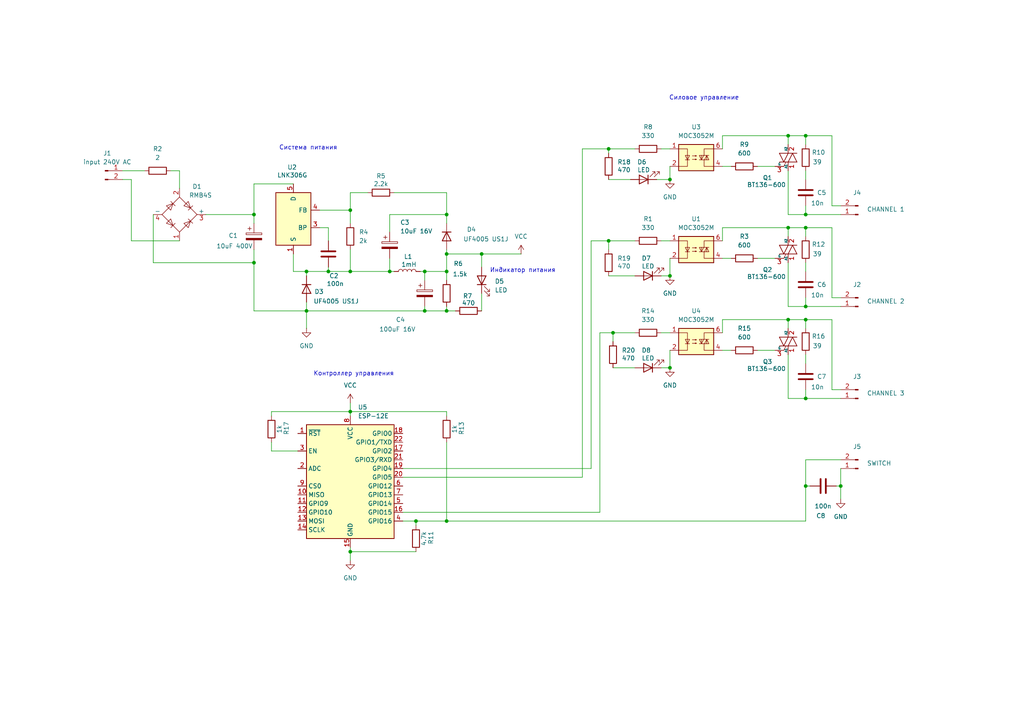
<source format=kicad_sch>
(kicad_sch (version 20231120) (generator "eeschema") (generator_version "8.0")
  (paper "A4")
  (title_block (title "Трехканальный модуль управления освещением") (date "01.10.2021 ") (company "CYBEREX TECH") (comment 1 "обновление 02.08.2024"))
  (lib_symbols
    (symbol "Connector:Conn_01x02_Pin" (pin_names (offset 1.016) hide)
      (property "Reference" "J" (at 0 2.54 0))
      (property "Value" "Conn_01x02_Pin" (at 0 -5.08 0))
      (symbol "Conn_01x02_Pin_1_1"
        (polyline (pts (xy 1.27 -2.54) (xy 0.8636 -2.54)) (stroke (width 0.1524)))
        (polyline (pts (xy 1.27 0) (xy 0.8636 0)) (stroke (width 0.1524)))
        (rectangle (start 0.8636 -2.413) (end 0 -2.667) (stroke (width 0.1524)) (fill (type outline)))
        (rectangle (start 0.8636 0.127) (end 0 -0.127) (stroke (width 0.1524)) (fill (type outline)))
        (pin passive line (at 5.08 0 180) (length 3.81) (name "Pin_1") (number "1"))
        (pin passive line (at 5.08 -2.54 180) (length 3.81) (name "Pin_2") (number "2"))
      )
    )
    (symbol "Device:C" (pin_numbers hide) (pin_names (offset 0.254))
      (property "Reference" "C" (at 0.635 2.54 0))
      (property "Value" "C" (at 0.635 -2.54 0))
      (symbol "C_0_1"
        (polyline (pts (xy -2.032 -0.762) (xy 2.032 -0.762)) (stroke (width 0.508)))
        (polyline (pts (xy -2.032 0.762) (xy 2.032 0.762)) (stroke (width 0.508)))
      )
      (symbol "C_1_1"
        (pin passive line (at 0 3.81 270) (length 2.794) (name "~") (number "1"))
        (pin passive line (at 0 -3.81 90) (length 2.794) (name "~") (number "2"))
      )
    )
    (symbol "Device:C_Polarized" (pin_numbers hide) (pin_names (offset 0.254))
      (property "Reference" "C" (at 0.635 2.54 0))
      (property "Value" "C_Polarized" (at 0.635 -2.54 0))
      (symbol "C_Polarized_0_1"
        (rectangle (start -2.286 0.508) (end 2.286 1.016))
        (polyline (pts (xy -1.778 2.286) (xy -0.762 2.286)))
        (polyline (pts (xy -1.27 2.794) (xy -1.27 1.778)))
        (rectangle (start 2.286 -0.508) (end -2.286 -1.016) (fill (type outline)))
      )
      (symbol "C_Polarized_1_1"
        (pin passive line (at 0 3.81 270) (length 2.794) (name "~") (number "1"))
        (pin passive line (at 0 -3.81 90) (length 2.794) (name "~") (number "2"))
      )
    )
    (symbol "Device:D" (pin_numbers hide) (pin_names (offset 1.016) hide)
      (property "Reference" "D" (at 0 2.54 0))
      (property "Value" "D" (at 0 -2.54 0))
      (symbol "D_0_1"
        (polyline (pts (xy -1.27 1.27) (xy -1.27 -1.27)) (stroke (width 0.254)))
        (polyline (pts (xy 1.27 0) (xy -1.27 0)))
        (polyline (pts (xy 1.27 1.27) (xy 1.27 -1.27) (xy -1.27 0) (xy 1.27 1.27)) (stroke (width 0.254)))
      )
      (symbol "D_1_1"
        (pin passive line (at -3.81 0 0) (length 2.54) (name "K") (number "1"))
        (pin passive line (at 3.81 0 180) (length 2.54) (name "A") (number "2"))
      )
    )
    (symbol "Device:L" (pin_numbers hide) (pin_names (offset 1.016) hide)
      (property "Reference" "L" (at -1.27 0 90))
      (property "Value" "L" (at 1.905 0 90))
      (symbol "L_0_1"
        (arc (start 0 -2.54) (mid 0.6323 -1.905) (end 0 -1.27))
        (arc (start 0 -1.27) (mid 0.6323 -0.635) (end 0 0))
        (arc (start 0 0) (mid 0.6323 0.635) (end 0 1.27))
        (arc (start 0 1.27) (mid 0.6323 1.905) (end 0 2.54))
      )
      (symbol "L_1_1"
        (pin passive line (at 0 3.81 270) (length 1.27) (name "1") (number "1"))
        (pin passive line (at 0 -3.81 90) (length 1.27) (name "2") (number "2"))
      )
    )
    (symbol "Device:LED" (pin_numbers hide) (pin_names (offset 1.016) hide)
      (property "Reference" "D" (at 0 2.54 0))
      (property "Value" "LED" (at 0 -2.54 0))
      (symbol "LED_0_1"
        (polyline (pts (xy -1.27 -1.27) (xy -1.27 1.27)) (stroke (width 0.254)))
        (polyline (pts (xy -1.27 0) (xy 1.27 0)))
        (polyline (pts (xy 1.27 -1.27) (xy 1.27 1.27) (xy -1.27 0) (xy 1.27 -1.27)) (stroke (width 0.254)))
        (polyline (pts (xy -3.048 -0.762) (xy -4.572 -2.286) (xy -3.81 -2.286) (xy -4.572 -2.286) (xy -4.572 -1.524)))
        (polyline (pts (xy -1.778 -0.762) (xy -3.302 -2.286) (xy -2.54 -2.286) (xy -3.302 -2.286) (xy -3.302 -1.524)))
      )
      (symbol "LED_1_1"
        (pin passive line (at -3.81 0 0) (length 2.54) (name "K") (number "1"))
        (pin passive line (at 3.81 0 180) (length 2.54) (name "A") (number "2"))
      )
    )
    (symbol "Device:R" (pin_numbers hide) (pin_names (offset 0))
      (property "Reference" "R" (at 2.032 0 90))
      (property "Value" "R" (at 0 0 90))
      (symbol "R_0_1"
        (rectangle (start -1.016 -2.54) (end 1.016 2.54) (stroke (width 0.254)))
      )
      (symbol "R_1_1"
        (pin passive line (at 0 3.81 270) (length 1.27) (name "~") (number "1"))
        (pin passive line (at 0 -3.81 90) (length 1.27) (name "~") (number "2"))
      )
    )
    (symbol "Diode_Bridge:RMB4S" (pin_names (offset 0))
      (property "Reference" "D" (at 2.54 6.985 0))
      (property "Value" "RMB4S" (at 2.54 5.08 0))
      (symbol "RMB4S_0_1"
        (polyline (pts (xy -2.54 3.81) (xy -1.27 2.54)))
        (polyline (pts (xy -1.27 -2.54) (xy -2.54 -3.81)))
        (polyline (pts (xy 2.54 -1.27) (xy 3.81 -2.54)))
        (polyline (pts (xy 2.54 1.27) (xy 3.81 2.54)))
        (polyline (pts (xy -3.81 2.54) (xy -2.54 1.27) (xy -1.905 3.175) (xy -3.81 2.54)))
        (polyline (pts (xy -2.54 -1.27) (xy -3.81 -2.54) (xy -1.905 -3.175) (xy -2.54 -1.27)))
        (polyline (pts (xy 1.27 2.54) (xy 2.54 3.81) (xy 3.175 1.905) (xy 1.27 2.54)))
        (polyline (pts (xy 3.175 -1.905) (xy 1.27 -2.54) (xy 2.54 -3.81) (xy 3.175 -1.905)))
        (polyline (pts (xy -5.08 0) (xy 0 -5.08) (xy 5.08 0) (xy 0 5.08) (xy -5.08 0)))
      )
      (symbol "RMB4S_1_1"
        (pin passive line (at 0 -7.62 90) (length 2.54) (name "~") (number "1"))
        (pin passive line (at 0 7.62 270) (length 2.54) (name "~") (number "2"))
        (pin passive line (at 7.62 0 180) (length 2.54) (name "+") (number "3"))
        (pin passive line (at -7.62 0 0) (length 2.54) (name "-") (number "4"))
      )
    )
    (symbol "RF_Module:ESP-12E"
      (property "Reference" "U" (at -12.7 19.05 0))
      (property "Value" "ESP-12E" (at 12.7 19.05 0))
      (symbol "ESP-12E_0_1"
        (rectangle (start -12.7 17.78) (end 12.7 -15.24) (stroke (width 0.254)) (fill (type background)))
      )
      (symbol "ESP-12E_1_1"
        (pin input line (at -15.24 15.24 0) (length 2.54) (name "~{RST}") (number "1"))
        (pin bidirectional line (at -15.24 -2.54 0) (length 2.54) (name "MISO") (number "10"))
        (pin bidirectional line (at -15.24 -5.08 0) (length 2.54) (name "GPIO9") (number "11"))
        (pin bidirectional line (at -15.24 -7.62 0) (length 2.54) (name "GPIO10") (number "12"))
        (pin bidirectional line (at -15.24 -10.16 0) (length 2.54) (name "MOSI") (number "13"))
        (pin bidirectional line (at -15.24 -12.7 0) (length 2.54) (name "SCLK") (number "14"))
        (pin power_in line (at 0 -17.78 90) (length 2.54) (name "GND") (number "15"))
        (pin bidirectional line (at 15.24 -7.62 180) (length 2.54) (name "GPIO15") (number "16"))
        (pin bidirectional line (at 15.24 10.16 180) (length 2.54) (name "GPIO2") (number "17"))
        (pin bidirectional line (at 15.24 15.24 180) (length 2.54) (name "GPIO0") (number "18"))
        (pin bidirectional line (at 15.24 5.08 180) (length 2.54) (name "GPIO4") (number "19"))
        (pin input line (at -15.24 5.08 0) (length 2.54) (name "ADC") (number "2"))
        (pin bidirectional line (at 15.24 2.54 180) (length 2.54) (name "GPIO5") (number "20"))
        (pin bidirectional line (at 15.24 7.62 180) (length 2.54) (name "GPIO3/RXD") (number "21"))
        (pin bidirectional line (at 15.24 12.7 180) (length 2.54) (name "GPIO1/TXD") (number "22"))
        (pin input line (at -15.24 10.16 0) (length 2.54) (name "EN") (number "3"))
        (pin bidirectional line (at 15.24 -10.16 180) (length 2.54) (name "GPIO16") (number "4"))
        (pin bidirectional line (at 15.24 -5.08 180) (length 2.54) (name "GPIO14") (number "5"))
        (pin bidirectional line (at 15.24 0 180) (length 2.54) (name "GPIO12") (number "6"))
        (pin bidirectional line (at 15.24 -2.54 180) (length 2.54) (name "GPIO13") (number "7"))
        (pin power_in line (at 0 20.32 270) (length 2.54) (name "VCC") (number "8"))
        (pin input line (at -15.24 0 0) (length 2.54) (name "CS0") (number "9"))
      )
    )
    (symbol "Regulator_Switching:LNK306G" (pin_names (offset 1.016))
      (property "Reference" "U" (at 0 -6.35 0))
      (property "Value" "LNK306G" (at 0 -8.89 0))
      (symbol "LNK306G_0_1"
        (rectangle (start -7.62 5.08) (end 7.62 -5.08) (stroke (width 0.254)) (fill (type background)))
      )
      (symbol "LNK306G_1_1"
        (pin power_in line (at 10.16 0 180) (length 2.54) (name "S") (number "1"))
        (pin passive line (at 10.16 0 180) (length 2.54) hide (name "S") (number "2"))
        (pin input line (at 2.54 7.62 270) (length 2.54) (name "BP") (number "3"))
        (pin input line (at -2.54 7.62 270) (length 2.54) (name "FB") (number "4"))
        (pin open_collector line (at -10.16 0 0) (length 2.54) (name "D") (number "5"))
        (pin passive line (at 10.16 0 180) (length 2.54) hide (name "S") (number "7"))
        (pin passive line (at 10.16 0 180) (length 2.54) hide (name "S") (number "8"))
      )
    )
    (symbol "Relay_SolidState:MOC3052M"
      (property "Reference" "U" (at -5.334 4.826 0))
      (property "Value" "MOC3052M" (at 0 5.08 0))
      (symbol "MOC3052M_0_1"
        (rectangle (start -5.08 3.81) (end 5.08 -3.81) (stroke (width 0.254)) (fill (type background)))
        (polyline (pts (xy -3.175 -0.635) (xy -1.905 -0.635)))
        (polyline (pts (xy 1.524 -0.635) (xy 1.524 0.635)))
        (polyline (pts (xy 3.048 0.635) (xy 3.048 -0.635)))
        (polyline (pts (xy 2.286 -0.635) (xy 2.286 -2.54) (xy 5.08 -2.54)))
        (polyline (pts (xy 2.286 0.635) (xy 2.286 2.54) (xy 5.08 2.54)))
        (polyline (pts (xy -5.08 2.54) (xy -2.54 2.54) (xy -2.54 -2.54) (xy -5.08 -2.54)))
        (polyline (pts (xy -2.54 -0.635) (xy -3.175 0.635) (xy -1.905 0.635) (xy -2.54 -0.635)))
        (polyline (pts (xy 0.889 -0.635) (xy 3.683 -0.635) (xy 3.048 0.635) (xy 2.413 -0.635)))
        (polyline (pts (xy 3.683 0.635) (xy 0.889 0.635) (xy 1.524 -0.635) (xy 2.159 0.635)))
        (polyline (pts (xy -1.143 -0.508) (xy 0.127 -0.508) (xy -0.254 -0.635) (xy -0.254 -0.381) (xy 0.127 -0.508)))
        (polyline (pts (xy -1.143 0.508) (xy 0.127 0.508) (xy -0.254 0.381) (xy -0.254 0.635) (xy 0.127 0.508)))
      )
      (symbol "MOC3052M_1_1"
        (pin passive line (at -7.62 2.54 0) (length 2.54) (name "~") (number "1"))
        (pin passive line (at -7.62 -2.54 0) (length 2.54) (name "~") (number "2"))
        (pin no_connect line (at -5.08 0 0) (length 2.54) hide (name "NC") (number "3"))
        (pin passive line (at 7.62 -2.54 180) (length 2.54) (name "~") (number "4"))
        (pin no_connect line (at 5.08 0 180) (length 2.54) hide (name "NC") (number "5"))
        (pin passive line (at 7.62 2.54 180) (length 2.54) (name "~") (number "6"))
      )
    )
    (symbol "Triac_Thyristor:BT136-600" (pin_names (offset 0))
      (property "Reference" "Q" (at 5.08 1.905 0))
      (property "Value" "BT136-600" (at 5.08 0 0))
      (symbol "BT136-600_0_1"
        (polyline (pts (xy -2.54 -1.27) (xy 2.54 -1.27)) (stroke (width 0.2032)))
        (polyline (pts (xy -2.54 1.27) (xy 2.54 1.27)) (stroke (width 0.2032)))
        (polyline (pts (xy -1.27 -2.54) (xy -0.635 -1.27)))
        (polyline (pts (xy -2.54 1.27) (xy -1.27 -1.27) (xy 0 1.27)) (stroke (width 0.2032)))
        (polyline (pts (xy 0 -1.27) (xy 1.27 1.27) (xy 2.54 -1.27)) (stroke (width 0.2032)))
      )
      (symbol "BT136-600_1_1"
        (pin passive line (at 0 -3.81 90) (length 2.54) (name "A1") (number "1"))
        (pin passive line (at 0 3.81 270) (length 2.54) (name "A2") (number "2"))
        (pin input line (at -3.81 -2.54 0) (length 2.54) (name "G") (number "3"))
      )
    )
    (symbol "power:GND" (power) (pin_numbers hide) (pin_names (offset 0) hide)
      (property "Value" "GND" (at 0 -3.81 0))
      (symbol "GND_0_1"
        (polyline (pts (xy 0 0) (xy 0 -1.27) (xy 1.27 -1.27) (xy 0 -2.54) (xy -1.27 -1.27) (xy 0 -1.27)))
      )
      (symbol "GND_1_1"
        (pin power_in line (at 0 0 270) (length 0) (name "~") (number "1"))
      )
    )
    (symbol "power:VCC" (power) (pin_numbers hide) (pin_names (offset 0) hide)
      (property "Value" "VCC" (at 0 3.556 0))
      (symbol "VCC_0_1"
        (polyline (pts (xy -0.762 1.27) (xy 0 2.54)))
        (polyline (pts (xy 0 0) (xy 0 2.54)))
        (polyline (pts (xy 0 2.54) (xy 0.762 1.27)))
      )
      (symbol "VCC_1_1"
        (pin power_in line (at 0 0 90) (length 0) (name "~") (number "1"))
      )
    )
  )
  (junction (at 73.66 62.23))
  (junction (at 95.25 78.74))
  (junction (at 101.6 78.74))
  (junction (at 233.68 66.04))
  (junction (at 139.7 73.66))
  (junction (at 233.68 115.57))
  (junction (at 233.68 92.71))
  (junction (at 176.53 69.85))
  (junction (at 129.54 151.13))
  (junction (at 129.54 90.17))
  (junction (at 233.68 140.97))
  (junction (at 123.19 78.74))
  (junction (at 176.53 43.18))
  (junction (at 233.68 62.23))
  (junction (at 88.9 78.74))
  (junction (at 194.31 106.68))
  (junction (at 101.6 119.38))
  (junction (at 129.54 78.74))
  (junction (at 129.54 62.23))
  (junction (at 194.31 52.07))
  (junction (at 120.65 151.13))
  (junction (at 233.68 88.9))
  (junction (at 243.84 140.97))
  (junction (at 88.9 90.17))
  (junction (at 228.6 92.71))
  (junction (at 233.68 39.37))
  (junction (at 123.19 90.17))
  (junction (at 101.6 160.02))
  (junction (at 113.03 78.74))
  (junction (at 228.6 66.04))
  (junction (at 101.6 60.96))
  (junction (at 73.66 76.2))
  (junction (at 194.31 80.01))
  (junction (at 177.8 96.52))
  (junction (at 129.54 73.66))
  (junction (at 228.6 39.37))
  (wire (pts (xy 219.71 48.26) (xy 224.79 48.26)))
  (wire (pts (xy 233.68 133.35) (xy 243.84 133.35)))
  (wire (pts (xy 123.19 78.74) (xy 129.54 78.74)))
  (wire (pts (xy 139.7 77.47) (xy 139.7 73.66)))
  (wire (pts (xy 228.6 88.9) (xy 233.68 88.9)))
  (wire (pts (xy 38.1 52.07) (xy 38.1 69.85)))
  (wire (pts (xy 191.77 80.01) (xy 194.31 80.01)))
  (wire (pts (xy 241.3 92.71) (xy 241.3 113.03)))
  (wire (pts (xy 228.6 92.71) (xy 228.6 95.25)))
  (wire (pts (xy 95.25 77.47) (xy 95.25 78.74)))
  (wire (pts (xy 228.6 66.04) (xy 228.6 68.58)))
  (wire (pts (xy 173.99 96.52) (xy 177.8 96.52)))
  (wire (pts (xy 86.36 130.81) (xy 78.74 130.81)))
  (wire (pts (xy 190.5 52.07) (xy 194.31 52.07)))
  (wire (pts (xy 209.55 96.52) (xy 209.55 92.71)))
  (wire (pts (xy 129.54 78.74) (xy 129.54 73.66)))
  (wire (pts (xy 209.55 39.37) (xy 228.6 39.37)))
  (wire (pts (xy 209.55 66.04) (xy 228.6 66.04)))
  (wire (pts (xy 228.6 39.37) (xy 228.6 41.91)))
  (wire (pts (xy 228.6 49.53) (xy 228.6 62.23)))
  (wire (pts (xy 78.74 130.81) (xy 78.74 128.27)))
  (wire (pts (xy 129.54 151.13) (xy 233.68 151.13)))
  (wire (pts (xy 120.65 151.13) (xy 120.65 152.4)))
  (wire (pts (xy 123.19 90.17) (xy 129.54 90.17)))
  (wire (pts (xy 168.91 138.43) (xy 168.91 43.18)))
  (wire (pts (xy 101.6 116.84) (xy 101.6 119.38)))
  (wire (pts (xy 101.6 119.38) (xy 101.6 120.65)))
  (wire (pts (xy 139.7 73.66) (xy 151.13 73.66)))
  (wire (pts (xy 243.84 140.97) (xy 243.84 144.78)))
  (wire (pts (xy 114.3 55.88) (xy 129.54 55.88)))
  (wire (pts (xy 233.68 66.04) (xy 228.6 66.04)))
  (wire (pts (xy 233.68 115.57) (xy 243.84 115.57)))
  (wire (pts (xy 113.03 67.31) (xy 113.03 62.23)))
  (wire (pts (xy 129.54 88.9) (xy 129.54 90.17)))
  (wire (pts (xy 233.68 59.69) (xy 233.68 62.23)))
  (wire (pts (xy 123.19 88.9) (xy 123.19 90.17)))
  (wire (pts (xy 241.3 39.37) (xy 233.68 39.37)))
  (wire (pts (xy 101.6 55.88) (xy 106.68 55.88)))
  (wire (pts (xy 88.9 78.74) (xy 88.9 80.01)))
  (wire (pts (xy 176.53 52.07) (xy 182.88 52.07)))
  (wire (pts (xy 241.3 39.37) (xy 241.3 59.69)))
  (wire (pts (xy 241.3 66.04) (xy 241.3 86.36)))
  (wire (pts (xy 95.25 66.04) (xy 92.71 66.04)))
  (wire (pts (xy 95.25 66.04) (xy 95.25 69.85)))
  (wire (pts (xy 177.8 106.68) (xy 184.15 106.68)))
  (wire (pts (xy 129.54 55.88) (xy 129.54 62.23)))
  (wire (pts (xy 209.55 69.85) (xy 209.55 66.04)))
  (wire (pts (xy 92.71 60.96) (xy 101.6 60.96)))
  (wire (pts (xy 101.6 55.88) (xy 101.6 60.96)))
  (wire (pts (xy 139.7 85.09) (xy 139.7 90.17)))
  (wire (pts (xy 233.68 140.97) (xy 233.68 133.35)))
  (wire (pts (xy 101.6 119.38) (xy 129.54 119.38)))
  (wire (pts (xy 120.65 151.13) (xy 129.54 151.13)))
  (wire (pts (xy 171.45 135.89) (xy 171.45 69.85)))
  (wire (pts (xy 52.07 49.53) (xy 52.07 54.61)))
  (wire (pts (xy 171.45 69.85) (xy 176.53 69.85)))
  (wire (pts (xy 191.77 106.68) (xy 194.31 106.68)))
  (wire (pts (xy 78.74 120.65) (xy 78.74 119.38)))
  (wire (pts (xy 129.54 73.66) (xy 139.7 73.66)))
  (wire (pts (xy 88.9 90.17) (xy 123.19 90.17)))
  (wire (pts (xy 209.55 43.18) (xy 209.55 39.37)))
  (wire (pts (xy 173.99 148.59) (xy 173.99 96.52)))
  (wire (pts (xy 191.77 69.85) (xy 194.31 69.85)))
  (wire (pts (xy 129.54 90.17) (xy 132.08 90.17)))
  (wire (pts (xy 243.84 59.69) (xy 241.3 59.69)))
  (wire (pts (xy 129.54 62.23) (xy 129.54 64.77)))
  (wire (pts (xy 194.31 48.26) (xy 194.31 52.07)))
  (wire (pts (xy 116.84 151.13) (xy 120.65 151.13)))
  (wire (pts (xy 101.6 60.96) (xy 101.6 64.77)))
  (wire (pts (xy 44.45 62.23) (xy 44.45 76.2)))
  (wire (pts (xy 228.6 102.87) (xy 228.6 115.57)))
  (wire (pts (xy 228.6 115.57) (xy 233.68 115.57)))
  (wire (pts (xy 209.55 101.6) (xy 212.09 101.6)))
  (wire (pts (xy 116.84 148.59) (xy 173.99 148.59)))
  (wire (pts (xy 101.6 72.39) (xy 101.6 78.74)))
  (wire (pts (xy 233.68 49.53) (xy 233.68 52.07)))
  (wire (pts (xy 129.54 128.27) (xy 129.54 151.13)))
  (wire (pts (xy 113.03 62.23) (xy 129.54 62.23)))
  (wire (pts (xy 52.07 69.85) (xy 38.1 69.85)))
  (wire (pts (xy 176.53 72.39) (xy 176.53 69.85)))
  (wire (pts (xy 88.9 87.63) (xy 88.9 90.17)))
  (wire (pts (xy 88.9 90.17) (xy 73.66 90.17)))
  (wire (pts (xy 85.09 73.66) (xy 85.09 78.74)))
  (wire (pts (xy 35.56 49.53) (xy 41.91 49.53)))
  (wire (pts (xy 101.6 160.02) (xy 101.6 162.56)))
  (wire (pts (xy 116.84 135.89) (xy 171.45 135.89)))
  (wire (pts (xy 95.25 78.74) (xy 101.6 78.74)))
  (wire (pts (xy 176.53 43.18) (xy 184.15 43.18)))
  (wire (pts (xy 191.77 96.52) (xy 194.31 96.52)))
  (wire (pts (xy 191.77 43.18) (xy 194.31 43.18)))
  (wire (pts (xy 233.68 39.37) (xy 233.68 41.91)))
  (wire (pts (xy 129.54 78.74) (xy 129.54 81.28)))
  (wire (pts (xy 233.68 92.71) (xy 228.6 92.71)))
  (wire (pts (xy 233.68 102.87) (xy 233.68 105.41)))
  (wire (pts (xy 123.19 78.74) (xy 123.19 81.28)))
  (wire (pts (xy 228.6 62.23) (xy 233.68 62.23)))
  (wire (pts (xy 88.9 78.74) (xy 85.09 78.74)))
  (wire (pts (xy 219.71 74.93) (xy 224.79 74.93)))
  (wire (pts (xy 49.53 49.53) (xy 52.07 49.53)))
  (wire (pts (xy 113.03 78.74) (xy 114.3 78.74)))
  (wire (pts (xy 59.69 62.23) (xy 73.66 62.23)))
  (wire (pts (xy 73.66 53.34) (xy 85.09 53.34)))
  (wire (pts (xy 101.6 78.74) (xy 113.03 78.74)))
  (wire (pts (xy 194.31 101.6) (xy 194.31 106.68)))
  (wire (pts (xy 241.3 92.71) (xy 233.68 92.71)))
  (wire (pts (xy 233.68 76.2) (xy 233.68 78.74)))
  (wire (pts (xy 78.74 119.38) (xy 101.6 119.38)))
  (wire (pts (xy 241.3 66.04) (xy 233.68 66.04)))
  (wire (pts (xy 209.55 74.93) (xy 212.09 74.93)))
  (wire (pts (xy 233.68 92.71) (xy 233.68 95.25)))
  (wire (pts (xy 219.71 101.6) (xy 224.79 101.6)))
  (wire (pts (xy 233.68 88.9) (xy 243.84 88.9)))
  (wire (pts (xy 233.68 140.97) (xy 234.95 140.97)))
  (wire (pts (xy 73.66 62.23) (xy 73.66 53.34)))
  (wire (pts (xy 101.6 160.02) (xy 120.65 160.02)))
  (wire (pts (xy 73.66 90.17) (xy 73.66 76.2)))
  (wire (pts (xy 113.03 74.93) (xy 113.03 78.74)))
  (wire (pts (xy 176.53 44.45) (xy 176.53 43.18)))
  (wire (pts (xy 177.8 99.06) (xy 177.8 96.52)))
  (wire (pts (xy 177.8 96.52) (xy 184.15 96.52)))
  (wire (pts (xy 129.54 119.38) (xy 129.54 120.65)))
  (wire (pts (xy 88.9 78.74) (xy 95.25 78.74)))
  (wire (pts (xy 233.68 66.04) (xy 233.68 68.58)))
  (wire (pts (xy 243.84 113.03) (xy 241.3 113.03)))
  (wire (pts (xy 88.9 90.17) (xy 88.9 95.25)))
  (wire (pts (xy 101.6 158.75) (xy 101.6 160.02)))
  (wire (pts (xy 176.53 80.01) (xy 184.15 80.01)))
  (wire (pts (xy 233.68 151.13) (xy 233.68 140.97)))
  (wire (pts (xy 168.91 43.18) (xy 176.53 43.18)))
  (wire (pts (xy 38.1 52.07) (xy 35.56 52.07)))
  (wire (pts (xy 233.68 39.37) (xy 228.6 39.37)))
  (wire (pts (xy 73.66 76.2) (xy 73.66 72.39)))
  (wire (pts (xy 116.84 138.43) (xy 168.91 138.43)))
  (wire (pts (xy 73.66 62.23) (xy 73.66 64.77)))
  (wire (pts (xy 242.57 140.97) (xy 243.84 140.97)))
  (wire (pts (xy 233.68 86.36) (xy 233.68 88.9)))
  (wire (pts (xy 228.6 76.2) (xy 228.6 88.9)))
  (wire (pts (xy 209.55 48.26) (xy 212.09 48.26)))
  (wire (pts (xy 44.45 76.2) (xy 73.66 76.2)))
  (wire (pts (xy 243.84 86.36) (xy 241.3 86.36)))
  (wire (pts (xy 194.31 74.93) (xy 194.31 80.01)))
  (wire (pts (xy 209.55 92.71) (xy 228.6 92.71)))
  (wire (pts (xy 176.53 69.85) (xy 184.15 69.85)))
  (wire (pts (xy 243.84 135.89) (xy 243.84 140.97)))
  (wire (pts (xy 233.68 113.03) (xy 233.68 115.57)))
  (wire (pts (xy 129.54 73.66) (xy 129.54 72.39)))
  (wire (pts (xy 233.68 62.23) (xy 243.84 62.23)))
  (wire (pts (xy 121.92 78.74) (xy 123.19 78.74)))
  (text "Силовое управление" (at 204.216 28.448 0) (effects (font (size 1.27 1.27))))
  (text "Система питания" (at 89.408 42.926 0) (effects (font (size 1.27 1.27))))
  (text "Контроллер управления\n" (at 102.616 108.458 0) (effects (font (size 1.27 1.27))))
  (text "Индикатор питания" (at 151.638 78.486 0) (effects (font (size 1.27 1.27))))
  (symbol (lib_id "Device:C") (at 238.76 140.97 270) (unit 1)
    (property "Reference" "C8" (at 236.728 149.606 90) (effects (justify left)))
    (property "Value" "100n" (at 236.22 146.812 90) (effects (justify left)))
    (property "Footprint" "Capacitor_SMD:C_1206_3216Metric" (effects (hide yes)))
    (property "Description" "Unpolarized capacitor" (effects (hide yes)))
  )
  (symbol (lib_id "Connector:Conn_01x02_Pin") (at 30.48 49.53 0) (unit 1)
    (property "Reference" "J1" (at 31.115 44.45 0))
    (property "Value" "input 240V AC" (at 31.115 46.99 0))
    (property "Footprint" "TerminalBlock:TerminalBlock_bornier-2_P5.08mm" (effects (hide yes)))
    (property "Description" "Generic connector, single row, 01x02, script generated" (effects (hide yes)))
  )
  (symbol (lib_id "Device:LED") (at 139.7 81.28 90) (unit 1)
    (property "Reference" "D5" (at 143.51 81.5974 90) (effects (justify right)))
    (property "Value" "LED" (at 143.51 84.1374 90) (effects (justify right)))
    (property "Footprint" "LED_SMD:LED_1206_3216Metric" (effects (hide yes)))
    (property "Description" "Light emitting diode" (effects (hide yes)))
  )
  (symbol (lib_id "Device:R") (at 233.68 99.06 0) (unit 1)
    (property "Reference" "R16" (at 235.458 97.536 0) (effects (justify left)))
    (property "Value" "39" (at 235.712 100.33 0) (effects (justify left)))
    (property "Footprint" "Resistor_SMD:R_1206_3216Metric" (effects (hide yes)))
    (property "Description" "Resistor" (effects (hide yes)))
  )
  (symbol (lib_id "Device:LED") (at 187.96 106.68 180) (unit 1)
    (property "Reference" "D8" (at 187.452 101.6 0))
    (property "Value" "LED" (at 187.96 103.886 0))
    (property "Footprint" "LED_SMD:LED_1206_3216Metric" (effects (hide yes)))
    (property "Description" "Light emitting diode" (effects (hide yes)))
  )
  (symbol (lib_id "power:GND") (at 88.9 95.25 0) (unit 1)
    (property "Reference" "#PWR01" (effects (hide yes)))
    (property "Value" "GND" (at 88.9 100.33 0))
    (property "Description" "Power symbol creates a global label with name \"GND\" , ground" (effects (hide yes)))
  )
  (symbol (lib_id "power:GND") (at 243.84 144.78 0) (unit 1)
    (property "Reference" "#PWR08" (effects (hide yes)))
    (property "Value" "GND" (at 243.84 149.86 0))
    (property "Description" "Power symbol creates a global label with name \"GND\" , ground" (effects (hide yes)))
  )
  (symbol (lib_id "Device:C") (at 233.68 55.88 0) (unit 1)
    (property "Reference" "C5" (at 236.982 55.88 0) (effects (justify left)))
    (property "Value" "10n" (at 235.204 58.928 0) (effects (justify left)))
    (property "Footprint" "Capacitor_SMD:C_1206_3216Metric" (effects (hide yes)))
    (property "Description" "Unpolarized capacitor" (effects (hide yes)))
  )
  (symbol (lib_id "Device:R") (at 45.72 49.53 90) (unit 1)
    (property "Reference" "R2" (at 45.72 43.18 90))
    (property "Value" "2" (at 45.72 45.72 90))
    (property "Footprint" "Resistor_SMD:R_1206_3216Metric" (effects (hide yes)))
    (property "Description" "Resistor" (effects (hide yes)))
  )
  (symbol (lib_id "Device:D") (at 88.9 83.82 270) (unit 1)
    (property "Reference" "D3" (at 91.186 84.582 90) (effects (justify left)))
    (property "Value" "UF4005 US1J" (at 90.932 87.376 90) (effects (justify left)))
    (property "Footprint" "Diode_SMD:D_MELF" (effects (hide yes)))
    (property "Description" "Diode" (effects (hide yes)))
    (property "Sim.Device" "D" (effects (hide yes)))
    (property "Sim.Pins" "1=K 2=A" (effects (hide yes)))
  )
  (symbol (lib_id "Device:R") (at 215.9 101.6 90) (unit 1)
    (property "Reference" "R15" (at 215.9 95.25 90))
    (property "Value" "600" (at 215.9 97.79 90))
    (property "Footprint" "Resistor_SMD:R_0805_2012Metric" (effects (hide yes)))
    (property "Description" "Resistor" (effects (hide yes)))
  )
  (symbol (lib_id "power:VCC") (at 151.13 73.66 0) (unit 1)
    (property "Reference" "#PWR06" (effects (hide yes)))
    (property "Value" "VCC" (at 151.13 68.58 0))
    (property "Description" "Power symbol creates a global label with name \"VCC\"" (effects (hide yes)))
  )
  (symbol (lib_id "Connector:Conn_01x02_Pin") (at 248.92 88.9 180) (unit 1)
    (property "Reference" "J2" (at 247.396 82.55 0) (effects (justify right)))
    (property "Value" "CHANNEL 2" (at 251.46 87.376 0) (effects (justify right)))
    (property "Footprint" "TerminalBlock:TerminalBlock_bornier-2_P5.08mm" (effects (hide yes)))
    (property "Description" "Generic connector, single row, 01x02, script generated" (effects (hide yes)))
  )
  (symbol (lib_id "Device:R") (at 177.8 102.87 0) (unit 1)
    (property "Reference" "R20" (at 180.34 101.5999 0) (effects (justify left)))
    (property "Value" "470" (at 180.34 103.886 0) (effects (justify left)))
    (property "Footprint" "Resistor_SMD:R_0805_2012Metric" (effects (hide yes)))
    (property "Description" "Resistor" (effects (hide yes)))
  )
  (symbol (lib_id "Diode_Bridge:RMB4S") (at 52.07 62.23 0) (unit 1)
    (property "Reference" "D1" (at 57.15 54.102 0))
    (property "Value" "RMB4S" (at 58.166 56.642 0))
    (property "Footprint" "Package_TO_SOT_SMD:TO-269AA" (effects (hide yes)))
    (property "Datasheet" "http://www.vishay.com/docs/88705/rmbs.pdf" (effects (hide yes)))
    (property "Description" "Miniature Glass Passivated Single-Phase Surface Mount Bridge Rectifiers, 280V Vrms, 0.5A If, TO-269AA" (effects (hide yes)))
  )
  (symbol (lib_id "Device:D") (at 129.54 68.58 270) (unit 1)
    (property "Reference" "D4" (at 135.382 66.548 90) (effects (justify left)))
    (property "Value" "UF4005 US1J" (at 134.366 69.342 90) (effects (justify left)))
    (property "Footprint" "Diode_SMD:D_MELF" (effects (hide yes)))
    (property "Description" "Diode" (effects (hide yes)))
    (property "Sim.Device" "D" (effects (hide yes)))
    (property "Sim.Pins" "1=K 2=A" (effects (hide yes)))
  )
  (symbol (lib_id "Device:LED") (at 187.96 80.01 180) (unit 1)
    (property "Reference" "D7" (at 187.452 74.93 0))
    (property "Value" "LED" (at 187.96 77.216 0))
    (property "Footprint" "LED_SMD:LED_1206_3216Metric" (effects (hide yes)))
    (property "Description" "Light emitting diode" (effects (hide yes)))
  )
  (symbol (lib_id "power:GND") (at 194.31 52.07 0) (unit 1)
    (property "Reference" "#PWR02" (effects (hide yes)))
    (property "Value" "GND" (at 194.31 57.15 0))
    (property "Description" "Power symbol creates a global label with name \"GND\" , ground" (effects (hide yes)))
  )
  (symbol (lib_id "Device:R") (at 135.89 90.17 90) (unit 1)
    (property "Reference" "R7" (at 135.636 85.852 90))
    (property "Value" "470" (at 135.89 87.884 90))
    (property "Footprint" "Resistor_SMD:R_0805_2012Metric" (effects (hide yes)))
    (property "Description" "Resistor" (effects (hide yes)))
  )
  (symbol (lib_id "Device:C") (at 233.68 109.22 0) (unit 1)
    (property "Reference" "C7" (at 236.982 109.22 0) (effects (justify left)))
    (property "Value" "10n" (at 235.204 112.268 0) (effects (justify left)))
    (property "Footprint" "Capacitor_SMD:C_1206_3216Metric" (effects (hide yes)))
    (property "Description" "Unpolarized capacitor" (effects (hide yes)))
  )
  (symbol (lib_id "Device:C") (at 233.68 82.55 0) (unit 1)
    (property "Reference" "C6" (at 236.982 82.55 0) (effects (justify left)))
    (property "Value" "10n" (at 235.204 85.598 0) (effects (justify left)))
    (property "Footprint" "Capacitor_SMD:C_1206_3216Metric" (effects (hide yes)))
    (property "Description" "Unpolarized capacitor" (effects (hide yes)))
  )
  (symbol (lib_id "Device:R") (at 120.65 156.21 0) (unit 1)
    (property "Reference" "R11" (at 124.968 155.956 90))
    (property "Value" "4.7k" (at 122.936 156.21 90))
    (property "Footprint" "Resistor_SMD:R_0805_2012Metric" (effects (hide yes)))
    (property "Description" "Resistor" (effects (hide yes)))
  )
  (symbol (lib_id "Device:R") (at 187.96 96.52 270) (unit 1)
    (property "Reference" "R14" (at 187.96 90.17 90))
    (property "Value" "330" (at 187.96 92.71 90))
    (property "Footprint" "Resistor_SMD:R_0805_2012Metric" (effects (hide yes)))
    (property "Description" "Resistor" (effects (hide yes)))
  )
  (symbol (lib_id "Device:R") (at 233.68 72.39 0) (unit 1)
    (property "Reference" "R12" (at 235.458 70.866 0) (effects (justify left)))
    (property "Value" "39" (at 235.712 73.66 0) (effects (justify left)))
    (property "Footprint" "Resistor_SMD:R_1206_3216Metric" (effects (hide yes)))
    (property "Description" "Resistor" (effects (hide yes)))
  )
  (symbol (lib_id "Relay_SolidState:MOC3052M") (at 201.93 72.39 0) (unit 1)
    (property "Reference" "U1" (at 201.93 63.5 0))
    (property "Value" "MOC3052M" (at 201.93 66.04 0))
    (property "Footprint" "Package_DIP:DIP-6_W7.62mm" (effects (hide yes)))
    (property "Datasheet" "https://www.onsemi.com/pub/Collateral/MOC3052M-D.PDF" (effects (hide yes)))
    (property "Description" "Random Phase Opto-Triac, Vdrm 600V, Ift 10mA, DIP6" (effects (hide yes)))
  )
  (symbol (lib_id "Connector:Conn_01x02_Pin") (at 248.92 115.57 180) (unit 1)
    (property "Reference" "J3" (at 247.396 109.22 0) (effects (justify right)))
    (property "Value" "CHANNEL 3" (at 251.46 114.046 0) (effects (justify right)))
    (property "Footprint" "TerminalBlock:TerminalBlock_bornier-2_P5.08mm" (effects (hide yes)))
    (property "Description" "Generic connector, single row, 01x02, script generated" (effects (hide yes)))
  )
  (symbol (lib_id "Device:LED") (at 186.69 52.07 180) (unit 1)
    (property "Reference" "D6" (at 186.182 46.99 0))
    (property "Value" "LED" (at 186.69 49.276 0))
    (property "Footprint" "LED_SMD:LED_1206_3216Metric" (effects (hide yes)))
    (property "Description" "Light emitting diode" (effects (hide yes)))
  )
  (symbol (lib_id "Device:R") (at 78.74 124.46 0) (unit 1)
    (property "Reference" "R17" (at 83.058 124.206 90))
    (property "Value" "1k" (at 81.026 124.46 90))
    (property "Footprint" "Resistor_SMD:R_0805_2012Metric" (effects (hide yes)))
    (property "Description" "Resistor" (effects (hide yes)))
  )
  (symbol (lib_id "Device:C_Polarized") (at 73.66 68.58 0) (unit 1)
    (property "Reference" "C1" (at 66.294 68.326 0) (effects (justify left)))
    (property "Value" "10uF 400V" (at 62.738 71.374 0) (effects (justify left)))
    (property "Footprint" "Capacitor_THT:CP_Radial_D8.0mm_P3.80mm" (effects (hide yes)))
    (property "Description" "Polarized capacitor" (effects (hide yes)))
  )
  (symbol (lib_id "Relay_SolidState:MOC3052M") (at 201.93 45.72 0) (unit 1)
    (property "Reference" "U3" (at 201.93 36.83 0))
    (property "Value" "MOC3052M" (at 201.93 39.37 0))
    (property "Footprint" "Package_DIP:DIP-6_W7.62mm" (effects (hide yes)))
    (property "Datasheet" "https://www.onsemi.com/pub/Collateral/MOC3052M-D.PDF" (effects (hide yes)))
    (property "Description" "Random Phase Opto-Triac, Vdrm 600V, Ift 10mA, DIP6" (effects (hide yes)))
  )
  (symbol (lib_id "Triac_Thyristor:BT136-600") (at 228.6 99.06 0) (unit 1)
    (property "Reference" "Q3" (at 221.234 104.902 0) (effects (justify left)))
    (property "Value" "BT136-600" (at 216.662 106.934 0) (effects (justify left)))
    (property "Footprint" "Package_TO_SOT_SMD:TO-252-2" (effects (hide yes)))
    (property "Datasheet" "http://www.micropik.com/PDF/BT136-600.pdf" (effects (hide yes)))
    (property "Description" "4A RMS, 500V Off-State Voltage, Triac, TO-220" (effects (hide yes)))
  )
  (symbol (lib_id "Triac_Thyristor:BT136-600") (at 228.6 72.39 0) (unit 1)
    (property "Reference" "Q2" (at 221.234 78.232 0) (effects (justify left)))
    (property "Value" "BT136-600" (at 216.662 80.264 0) (effects (justify left)))
    (property "Footprint" "Package_TO_SOT_SMD:TO-252-2" (effects (hide yes)))
    (property "Datasheet" "http://www.micropik.com/PDF/BT136-600.pdf" (effects (hide yes)))
    (property "Description" "4A RMS, 500V Off-State Voltage, Triac, TO-220" (effects (hide yes)))
  )
  (symbol (lib_id "Device:L") (at 118.11 78.74 90) (unit 1)
    (property "Reference" "L1" (at 118.364 74.422 90))
    (property "Value" "1mH" (at 118.618 76.708 90))
    (property "Footprint" "Inductor_SMD:L_Taiyo-Yuden_NR-50xx" (effects (hide yes)))
    (property "Description" "Inductor" (effects (hide yes)))
  )
  (symbol (lib_id "Device:R") (at 187.96 43.18 270) (unit 1)
    (property "Reference" "R8" (at 187.96 36.83 90))
    (property "Value" "330" (at 187.96 39.37 90))
    (property "Footprint" "Resistor_SMD:R_0805_2012Metric" (effects (hide yes)))
    (property "Description" "Resistor" (effects (hide yes)))
  )
  (symbol (lib_id "Device:R") (at 176.53 48.26 0) (unit 1)
    (property "Reference" "R18" (at 179.07 46.9899 0) (effects (justify left)))
    (property "Value" "470" (at 179.07 49.276 0) (effects (justify left)))
    (property "Footprint" "Resistor_SMD:R_0805_2012Metric" (effects (hide yes)))
    (property "Description" "Resistor" (effects (hide yes)))
  )
  (symbol (lib_id "Device:R") (at 187.96 69.85 270) (unit 1)
    (property "Reference" "R1" (at 187.96 63.5 90))
    (property "Value" "330" (at 187.96 66.04 90))
    (property "Footprint" "Resistor_SMD:R_0805_2012Metric" (effects (hide yes)))
    (property "Description" "Resistor" (effects (hide yes)))
  )
  (symbol (lib_id "Device:R") (at 129.54 124.46 0) (unit 1)
    (property "Reference" "R13" (at 133.858 124.206 90))
    (property "Value" "1k" (at 131.826 124.46 90))
    (property "Footprint" "Resistor_SMD:R_0805_2012Metric" (effects (hide yes)))
    (property "Description" "Resistor" (effects (hide yes)))
  )
  (symbol (lib_id "Device:R") (at 110.49 55.88 90) (unit 1)
    (property "Reference" "R5" (at 110.49 51.054 90))
    (property "Value" "2.2k" (at 110.49 53.34 90))
    (property "Footprint" "Resistor_SMD:R_0805_2012Metric" (effects (hide yes)))
    (property "Description" "Resistor" (effects (hide yes)))
  )
  (symbol (lib_id "Device:R") (at 215.9 74.93 90) (unit 1)
    (property "Reference" "R3" (at 215.9 68.58 90))
    (property "Value" "600" (at 215.9 71.12 90))
    (property "Footprint" "Resistor_SMD:R_0805_2012Metric" (effects (hide yes)))
    (property "Description" "Resistor" (effects (hide yes)))
  )
  (symbol (lib_id "Triac_Thyristor:BT136-600") (at 228.6 45.72 0) (unit 1)
    (property "Reference" "Q1" (at 221.234 51.562 0) (effects (justify left)))
    (property "Value" "BT136-600" (at 216.662 53.594 0) (effects (justify left)))
    (property "Footprint" "Package_TO_SOT_SMD:TO-252-2" (effects (hide yes)))
    (property "Datasheet" "http://www.micropik.com/PDF/BT136-600.pdf" (effects (hide yes)))
    (property "Description" "4A RMS, 500V Off-State Voltage, Triac, TO-220" (effects (hide yes)))
  )
  (symbol (lib_id "Device:R") (at 233.68 45.72 0) (unit 1)
    (property "Reference" "R10" (at 235.458 44.196 0) (effects (justify left)))
    (property "Value" "39" (at 235.712 46.99 0) (effects (justify left)))
    (property "Footprint" "Resistor_SMD:R_1206_3216Metric" (effects (hide yes)))
    (property "Description" "Resistor" (effects (hide yes)))
  )
  (symbol (lib_id "Device:R") (at 176.53 76.2 0) (unit 1)
    (property "Reference" "R19" (at 179.07 74.9299 0) (effects (justify left)))
    (property "Value" "470" (at 179.07 77.216 0) (effects (justify left)))
    (property "Footprint" "Resistor_SMD:R_0805_2012Metric" (effects (hide yes)))
    (property "Description" "Resistor" (effects (hide yes)))
  )
  (symbol (lib_id "power:GND") (at 194.31 80.01 0) (unit 1)
    (property "Reference" "#PWR03" (effects (hide yes)))
    (property "Value" "GND" (at 194.31 85.09 0))
    (property "Description" "Power symbol creates a global label with name \"GND\" , ground" (effects (hide yes)))
  )
  (symbol (lib_id "power:GND") (at 101.6 162.56 0) (unit 1)
    (property "Reference" "#PWR05" (effects (hide yes)))
    (property "Value" "GND" (at 101.6 167.64 0))
    (property "Description" "Power symbol creates a global label with name \"GND\" , ground" (effects (hide yes)))
  )
  (symbol (lib_id "power:GND") (at 194.31 106.68 0) (unit 1)
    (property "Reference" "#PWR04" (effects (hide yes)))
    (property "Value" "GND" (at 194.31 111.76 0))
    (property "Description" "Power symbol creates a global label with name \"GND\" , ground" (effects (hide yes)))
  )
  (symbol (lib_id "Connector:Conn_01x02_Pin") (at 248.92 62.23 180) (unit 1)
    (property "Reference" "J4" (at 247.396 55.88 0) (effects (justify right)))
    (property "Value" "CHANNEL 1" (at 251.46 60.706 0) (effects (justify right)))
    (property "Footprint" "TerminalBlock:TerminalBlock_bornier-2_P5.08mm" (effects (hide yes)))
    (property "Description" "Generic connector, single row, 01x02, script generated" (effects (hide yes)))
  )
  (symbol (lib_id "Device:C_Polarized") (at 123.19 85.09 0) (unit 1)
    (property "Reference" "C4" (at 114.808 92.71 0) (effects (justify left)))
    (property "Value" "100uF 16V" (at 109.982 95.504 0) (effects (justify left)))
    (property "Footprint" "Capacitor_Tantalum_SMD:CP_EIA-7343-31_Kemet-D_Pad2.25x2.55mm_HandSolder" (effects (hide yes)))
    (property "Description" "Polarized capacitor" (effects (hide yes)))
  )
  (symbol (lib_id "RF_Module:ESP-12E") (at 101.6 140.97 0) (unit 1)
    (property "Reference" "U5" (at 103.7941 118.11 0) (effects (justify left)))
    (property "Value" "ESP-12E" (at 103.7941 120.65 0) (effects (justify left)))
    (property "Footprint" "RF_Module:ESP-12E" (effects (hide yes)))
    (property "Datasheet" "http://wiki.ai-thinker.com/_media/esp8266/esp8266_series_modules_user_manual_v1.1.pdf" (effects (hide yes)))
    (property "Description" "802.11 b/g/n Wi-Fi Module" (effects (hide yes)))
  )
  (symbol (lib_id "Device:R") (at 129.54 85.09 0) (unit 1)
    (property "Reference" "R6" (at 131.572 76.454 0) (effects (justify left)))
    (property "Value" "1.5k" (at 131.318 79.502 0) (effects (justify left)))
    (property "Footprint" "Resistor_SMD:R_0805_2012Metric" (effects (hide yes)))
    (property "Description" "Resistor" (effects (hide yes)))
  )
  (symbol (lib_id "Device:C_Polarized") (at 113.03 71.12 0) (unit 1)
    (property "Reference" "C3" (at 116.078 64.516 0) (effects (justify left)))
    (property "Value" "10uF 16V" (at 116.078 67.056 0) (effects (justify left)))
    (property "Footprint" "Capacitor_Tantalum_SMD:CP_EIA-7343-31_Kemet-D_Pad2.25x2.55mm_HandSolder" (effects (hide yes)))
    (property "Description" "Polarized capacitor" (effects (hide yes)))
  )
  (symbol (lib_id "Device:C") (at 95.25 73.66 180) (unit 1)
    (property "Reference" "C2" (at 95.504 80.01 0) (effects (justify right)))
    (property "Value" "100n" (at 94.742 82.296 0) (effects (justify right)))
    (property "Footprint" "Capacitor_SMD:C_1206_3216Metric" (effects (hide yes)))
    (property "Description" "Unpolarized capacitor" (effects (hide yes)))
  )
  (symbol (lib_id "Device:R") (at 101.6 68.58 0) (unit 1)
    (property "Reference" "R4" (at 104.14 67.3099 0) (effects (justify left)))
    (property "Value" "2k" (at 104.14 69.8499 0) (effects (justify left)))
    (property "Footprint" "Resistor_SMD:R_0805_2012Metric" (effects (hide yes)))
    (property "Description" "Resistor" (effects (hide yes)))
  )
  (symbol (lib_id "Device:R") (at 215.9 48.26 90) (unit 1)
    (property "Reference" "R9" (at 215.9 41.91 90))
    (property "Value" "600" (at 215.9 44.45 90))
    (property "Footprint" "Resistor_SMD:R_0805_2012Metric" (effects (hide yes)))
    (property "Description" "Resistor" (effects (hide yes)))
  )
  (symbol (lib_id "Relay_SolidState:MOC3052M") (at 201.93 99.06 0) (unit 1)
    (property "Reference" "U4" (at 201.93 90.17 0))
    (property "Value" "MOC3052M" (at 201.93 92.71 0))
    (property "Footprint" "Package_DIP:DIP-6_W7.62mm" (effects (hide yes)))
    (property "Datasheet" "https://www.onsemi.com/pub/Collateral/MOC3052M-D.PDF" (effects (hide yes)))
    (property "Description" "Random Phase Opto-Triac, Vdrm 600V, Ift 10mA, DIP6" (effects (hide yes)))
  )
  (symbol (lib_id "Connector:Conn_01x02_Pin") (at 248.92 135.89 180) (unit 1)
    (property "Reference" "J5" (at 247.396 129.54 0) (effects (justify right)))
    (property "Value" "SWITCH" (at 251.46 134.366 0) (effects (justify right)))
    (property "Footprint" "TerminalBlock:TerminalBlock_bornier-2_P5.08mm" (effects (hide yes)))
    (property "Description" "Generic connector, single row, 01x02, script generated" (effects (hide yes)))
  )
  (symbol (lib_id "Regulator_Switching:LNK306G") (at 85.09 63.5 270) (unit 1)
    (property "Reference" "U2" (at 86.106 48.514 90) (effects (justify right)))
    (property "Value" "LNK306G" (at 89.154 50.8 90) (effects (justify right)))
    (property "Footprint" "Package_SO:SOP-8_3.76x4.96mm_P1.27mm" (effects (hide yes)))
    (property "Datasheet" "http://www.powerint.com/sites/default/files/product-docs/lnk302_304-306.pdf" (effects (hide yes)))
    (property "Description" "LinkSwitch-TN Family, 360mA Output Current, SMD-8B" (effects (hide yes)))
  )
  (symbol (lib_id "power:VCC") (at 101.6 116.84 0) (unit 1)
    (property "Reference" "#PWR07" (effects (hide yes)))
    (property "Value" "VCC" (at 101.6 111.76 0))
    (property "Description" "Power symbol creates a global label with name \"VCC\"" (effects (hide yes)))
  )
)
</source>
